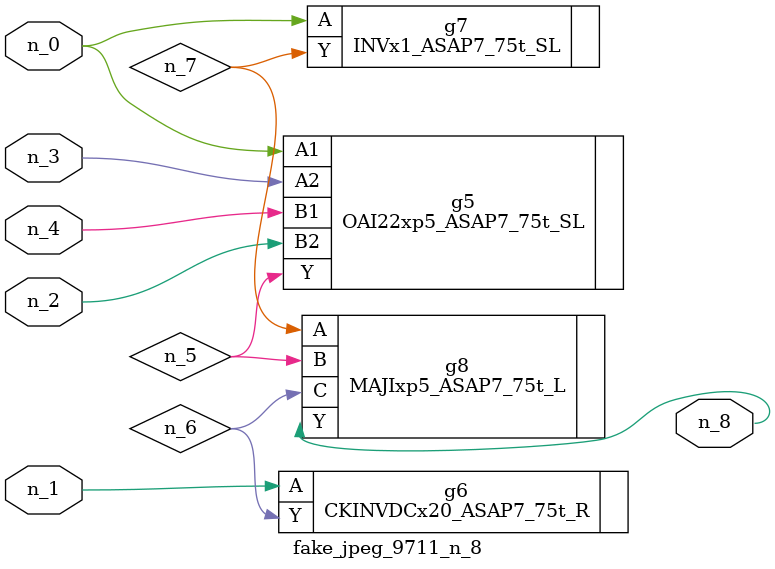
<source format=v>
module fake_jpeg_9711_n_8 (n_3, n_2, n_1, n_0, n_4, n_8);

input n_3;
input n_2;
input n_1;
input n_0;
input n_4;

output n_8;

wire n_6;
wire n_5;
wire n_7;

OAI22xp5_ASAP7_75t_SL g5 ( 
.A1(n_0),
.A2(n_3),
.B1(n_4),
.B2(n_2),
.Y(n_5)
);

CKINVDCx20_ASAP7_75t_R g6 ( 
.A(n_1),
.Y(n_6)
);

INVx1_ASAP7_75t_SL g7 ( 
.A(n_0),
.Y(n_7)
);

MAJIxp5_ASAP7_75t_L g8 ( 
.A(n_7),
.B(n_5),
.C(n_6),
.Y(n_8)
);


endmodule
</source>
